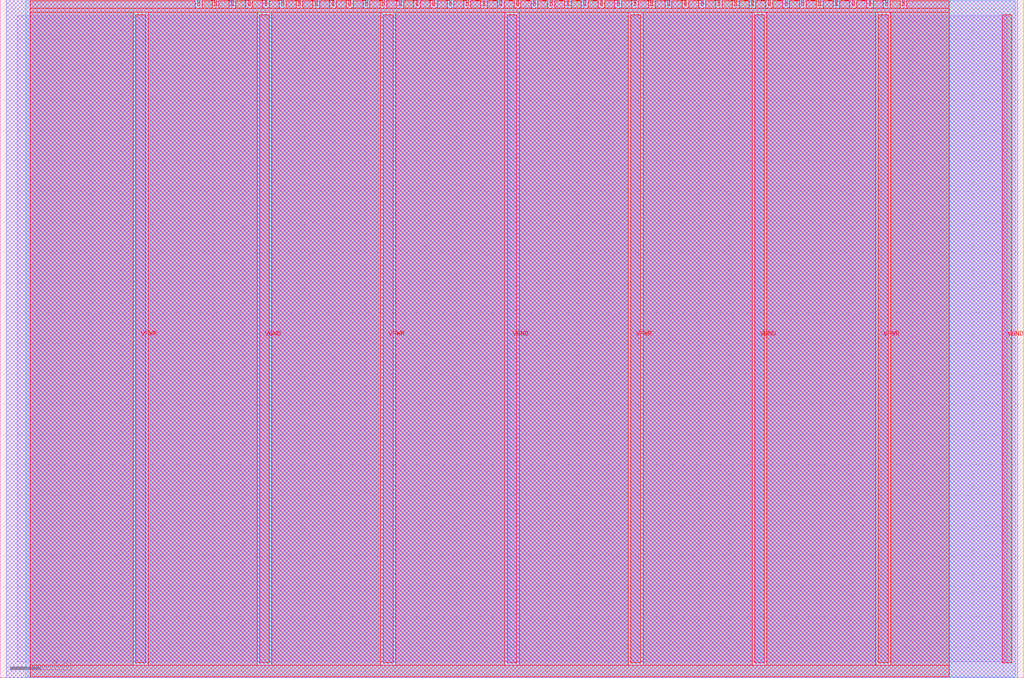
<source format=lef>
VERSION 5.7 ;
  NOWIREEXTENSIONATPIN ON ;
  DIVIDERCHAR "/" ;
  BUSBITCHARS "[]" ;
MACRO tt_um_top_mole99_dup
  CLASS BLOCK ;
  FOREIGN tt_um_top_mole99_dup ;
  ORIGIN 0.000 0.000 ;
  SIZE 168.360 BY 111.520 ;
  PIN VGND
    DIRECTION INOUT ;
    USE GROUND ;
    PORT
      LAYER met4 ;
        RECT 42.670 2.480 44.270 109.040 ;
    END
    PORT
      LAYER met4 ;
        RECT 83.380 2.480 84.980 109.040 ;
    END
    PORT
      LAYER met4 ;
        RECT 124.090 2.480 125.690 109.040 ;
    END
    PORT
      LAYER met4 ;
        RECT 164.800 2.480 166.400 109.040 ;
    END
  END VGND
  PIN VPWR
    DIRECTION INOUT ;
    USE POWER ;
    PORT
      LAYER met4 ;
        RECT 22.315 2.480 23.915 109.040 ;
    END
    PORT
      LAYER met4 ;
        RECT 63.025 2.480 64.625 109.040 ;
    END
    PORT
      LAYER met4 ;
        RECT 103.735 2.480 105.335 109.040 ;
    END
    PORT
      LAYER met4 ;
        RECT 144.445 2.480 146.045 109.040 ;
    END
  END VPWR
  PIN clk
    DIRECTION INPUT ;
    USE SIGNAL ;
    ANTENNAGATEAREA 0.852000 ;
    PORT
      LAYER met4 ;
        RECT 145.670 110.520 145.970 111.520 ;
    END
  END clk
  PIN ena
    DIRECTION INPUT ;
    USE SIGNAL ;
    PORT
      LAYER met4 ;
        RECT 148.430 110.520 148.730 111.520 ;
    END
  END ena
  PIN rst_n
    DIRECTION INPUT ;
    USE SIGNAL ;
    ANTENNAGATEAREA 0.213000 ;
    ANTENNADIFFAREA 0.869400 ;
    PORT
      LAYER met4 ;
        RECT 142.910 110.520 143.210 111.520 ;
    END
  END rst_n
  PIN ui_in[0]
    DIRECTION INPUT ;
    USE SIGNAL ;
    PORT
      LAYER met4 ;
        RECT 140.150 110.520 140.450 111.520 ;
    END
  END ui_in[0]
  PIN ui_in[1]
    DIRECTION INPUT ;
    USE SIGNAL ;
    PORT
      LAYER met4 ;
        RECT 137.390 110.520 137.690 111.520 ;
    END
  END ui_in[1]
  PIN ui_in[2]
    DIRECTION INPUT ;
    USE SIGNAL ;
    PORT
      LAYER met4 ;
        RECT 134.630 110.520 134.930 111.520 ;
    END
  END ui_in[2]
  PIN ui_in[3]
    DIRECTION INPUT ;
    USE SIGNAL ;
    PORT
      LAYER met4 ;
        RECT 131.870 110.520 132.170 111.520 ;
    END
  END ui_in[3]
  PIN ui_in[4]
    DIRECTION INPUT ;
    USE SIGNAL ;
    PORT
      LAYER met4 ;
        RECT 129.110 110.520 129.410 111.520 ;
    END
  END ui_in[4]
  PIN ui_in[5]
    DIRECTION INPUT ;
    USE SIGNAL ;
    PORT
      LAYER met4 ;
        RECT 126.350 110.520 126.650 111.520 ;
    END
  END ui_in[5]
  PIN ui_in[6]
    DIRECTION INPUT ;
    USE SIGNAL ;
    PORT
      LAYER met4 ;
        RECT 123.590 110.520 123.890 111.520 ;
    END
  END ui_in[6]
  PIN ui_in[7]
    DIRECTION INPUT ;
    USE SIGNAL ;
    PORT
      LAYER met4 ;
        RECT 120.830 110.520 121.130 111.520 ;
    END
  END ui_in[7]
  PIN uio_in[0]
    DIRECTION INPUT ;
    USE SIGNAL ;
    ANTENNAGATEAREA 0.126000 ;
    PORT
      LAYER met4 ;
        RECT 118.070 110.520 118.370 111.520 ;
    END
  END uio_in[0]
  PIN uio_in[1]
    DIRECTION INPUT ;
    USE SIGNAL ;
    ANTENNAGATEAREA 0.196500 ;
    PORT
      LAYER met4 ;
        RECT 115.310 110.520 115.610 111.520 ;
    END
  END uio_in[1]
  PIN uio_in[2]
    DIRECTION INPUT ;
    USE SIGNAL ;
    PORT
      LAYER met4 ;
        RECT 112.550 110.520 112.850 111.520 ;
    END
  END uio_in[2]
  PIN uio_in[3]
    DIRECTION INPUT ;
    USE SIGNAL ;
    ANTENNAGATEAREA 0.196500 ;
    PORT
      LAYER met4 ;
        RECT 109.790 110.520 110.090 111.520 ;
    END
  END uio_in[3]
  PIN uio_in[4]
    DIRECTION INPUT ;
    USE SIGNAL ;
    PORT
      LAYER met4 ;
        RECT 107.030 110.520 107.330 111.520 ;
    END
  END uio_in[4]
  PIN uio_in[5]
    DIRECTION INPUT ;
    USE SIGNAL ;
    PORT
      LAYER met4 ;
        RECT 104.270 110.520 104.570 111.520 ;
    END
  END uio_in[5]
  PIN uio_in[6]
    DIRECTION INPUT ;
    USE SIGNAL ;
    PORT
      LAYER met4 ;
        RECT 101.510 110.520 101.810 111.520 ;
    END
  END uio_in[6]
  PIN uio_in[7]
    DIRECTION INPUT ;
    USE SIGNAL ;
    PORT
      LAYER met4 ;
        RECT 98.750 110.520 99.050 111.520 ;
    END
  END uio_in[7]
  PIN uio_oe[0]
    DIRECTION OUTPUT TRISTATE ;
    USE SIGNAL ;
    PORT
      LAYER met4 ;
        RECT 51.830 110.520 52.130 111.520 ;
    END
  END uio_oe[0]
  PIN uio_oe[1]
    DIRECTION OUTPUT TRISTATE ;
    USE SIGNAL ;
    PORT
      LAYER met4 ;
        RECT 49.070 110.520 49.370 111.520 ;
    END
  END uio_oe[1]
  PIN uio_oe[2]
    DIRECTION OUTPUT TRISTATE ;
    USE SIGNAL ;
    PORT
      LAYER met4 ;
        RECT 46.310 110.520 46.610 111.520 ;
    END
  END uio_oe[2]
  PIN uio_oe[3]
    DIRECTION OUTPUT TRISTATE ;
    USE SIGNAL ;
    PORT
      LAYER met4 ;
        RECT 43.550 110.520 43.850 111.520 ;
    END
  END uio_oe[3]
  PIN uio_oe[4]
    DIRECTION OUTPUT TRISTATE ;
    USE SIGNAL ;
    PORT
      LAYER met4 ;
        RECT 40.790 110.520 41.090 111.520 ;
    END
  END uio_oe[4]
  PIN uio_oe[5]
    DIRECTION OUTPUT TRISTATE ;
    USE SIGNAL ;
    PORT
      LAYER met4 ;
        RECT 38.030 110.520 38.330 111.520 ;
    END
  END uio_oe[5]
  PIN uio_oe[6]
    DIRECTION OUTPUT TRISTATE ;
    USE SIGNAL ;
    PORT
      LAYER met4 ;
        RECT 35.270 110.520 35.570 111.520 ;
    END
  END uio_oe[6]
  PIN uio_oe[7]
    DIRECTION OUTPUT TRISTATE ;
    USE SIGNAL ;
    PORT
      LAYER met4 ;
        RECT 32.510 110.520 32.810 111.520 ;
    END
  END uio_oe[7]
  PIN uio_out[0]
    DIRECTION OUTPUT TRISTATE ;
    USE SIGNAL ;
    PORT
      LAYER met4 ;
        RECT 73.910 110.520 74.210 111.520 ;
    END
  END uio_out[0]
  PIN uio_out[1]
    DIRECTION OUTPUT TRISTATE ;
    USE SIGNAL ;
    PORT
      LAYER met4 ;
        RECT 71.150 110.520 71.450 111.520 ;
    END
  END uio_out[1]
  PIN uio_out[2]
    DIRECTION OUTPUT TRISTATE ;
    USE SIGNAL ;
    ANTENNADIFFAREA 1.782000 ;
    PORT
      LAYER met4 ;
        RECT 68.390 110.520 68.690 111.520 ;
    END
  END uio_out[2]
  PIN uio_out[3]
    DIRECTION OUTPUT TRISTATE ;
    USE SIGNAL ;
    PORT
      LAYER met4 ;
        RECT 65.630 110.520 65.930 111.520 ;
    END
  END uio_out[3]
  PIN uio_out[4]
    DIRECTION OUTPUT TRISTATE ;
    USE SIGNAL ;
    ANTENNADIFFAREA 1.336500 ;
    PORT
      LAYER met4 ;
        RECT 62.870 110.520 63.170 111.520 ;
    END
  END uio_out[4]
  PIN uio_out[5]
    DIRECTION OUTPUT TRISTATE ;
    USE SIGNAL ;
    ANTENNADIFFAREA 0.445500 ;
    PORT
      LAYER met4 ;
        RECT 60.110 110.520 60.410 111.520 ;
    END
  END uio_out[5]
  PIN uio_out[6]
    DIRECTION OUTPUT TRISTATE ;
    USE SIGNAL ;
    PORT
      LAYER met4 ;
        RECT 57.350 110.520 57.650 111.520 ;
    END
  END uio_out[6]
  PIN uio_out[7]
    DIRECTION OUTPUT TRISTATE ;
    USE SIGNAL ;
    PORT
      LAYER met4 ;
        RECT 54.590 110.520 54.890 111.520 ;
    END
  END uio_out[7]
  PIN uo_out[0]
    DIRECTION OUTPUT TRISTATE ;
    USE SIGNAL ;
    ANTENNADIFFAREA 0.924000 ;
    PORT
      LAYER met4 ;
        RECT 95.990 110.520 96.290 111.520 ;
    END
  END uo_out[0]
  PIN uo_out[1]
    DIRECTION OUTPUT TRISTATE ;
    USE SIGNAL ;
    ANTENNADIFFAREA 0.924000 ;
    PORT
      LAYER met4 ;
        RECT 93.230 110.520 93.530 111.520 ;
    END
  END uo_out[1]
  PIN uo_out[2]
    DIRECTION OUTPUT TRISTATE ;
    USE SIGNAL ;
    ANTENNADIFFAREA 0.453750 ;
    PORT
      LAYER met4 ;
        RECT 90.470 110.520 90.770 111.520 ;
    END
  END uo_out[2]
  PIN uo_out[3]
    DIRECTION OUTPUT TRISTATE ;
    USE SIGNAL ;
    ANTENNADIFFAREA 1.782000 ;
    PORT
      LAYER met4 ;
        RECT 87.710 110.520 88.010 111.520 ;
    END
  END uo_out[3]
  PIN uo_out[4]
    DIRECTION OUTPUT TRISTATE ;
    USE SIGNAL ;
    ANTENNADIFFAREA 0.924000 ;
    PORT
      LAYER met4 ;
        RECT 84.950 110.520 85.250 111.520 ;
    END
  END uo_out[4]
  PIN uo_out[5]
    DIRECTION OUTPUT TRISTATE ;
    USE SIGNAL ;
    ANTENNADIFFAREA 0.453750 ;
    PORT
      LAYER met4 ;
        RECT 82.190 110.520 82.490 111.520 ;
    END
  END uo_out[5]
  PIN uo_out[6]
    DIRECTION OUTPUT TRISTATE ;
    USE SIGNAL ;
    ANTENNADIFFAREA 1.288000 ;
    PORT
      LAYER met4 ;
        RECT 79.430 110.520 79.730 111.520 ;
    END
  END uo_out[6]
  PIN uo_out[7]
    DIRECTION OUTPUT TRISTATE ;
    USE SIGNAL ;
    ANTENNADIFFAREA 1.782000 ;
    PORT
      LAYER met4 ;
        RECT 76.670 110.520 76.970 111.520 ;
    END
  END uo_out[7]
  OBS
      LAYER li1 ;
        RECT 2.760 2.635 165.600 108.885 ;
      LAYER met1 ;
        RECT 0.990 0.040 167.370 111.480 ;
      LAYER met2 ;
        RECT 1.020 0.010 167.340 111.510 ;
      LAYER met3 ;
        RECT 4.205 0.175 166.915 111.345 ;
      LAYER met4 ;
        RECT 4.895 110.120 32.110 111.345 ;
        RECT 33.210 110.120 34.870 111.345 ;
        RECT 35.970 110.120 37.630 111.345 ;
        RECT 38.730 110.120 40.390 111.345 ;
        RECT 41.490 110.120 43.150 111.345 ;
        RECT 44.250 110.120 45.910 111.345 ;
        RECT 47.010 110.120 48.670 111.345 ;
        RECT 49.770 110.120 51.430 111.345 ;
        RECT 52.530 110.120 54.190 111.345 ;
        RECT 55.290 110.120 56.950 111.345 ;
        RECT 58.050 110.120 59.710 111.345 ;
        RECT 60.810 110.120 62.470 111.345 ;
        RECT 63.570 110.120 65.230 111.345 ;
        RECT 66.330 110.120 67.990 111.345 ;
        RECT 69.090 110.120 70.750 111.345 ;
        RECT 71.850 110.120 73.510 111.345 ;
        RECT 74.610 110.120 76.270 111.345 ;
        RECT 77.370 110.120 79.030 111.345 ;
        RECT 80.130 110.120 81.790 111.345 ;
        RECT 82.890 110.120 84.550 111.345 ;
        RECT 85.650 110.120 87.310 111.345 ;
        RECT 88.410 110.120 90.070 111.345 ;
        RECT 91.170 110.120 92.830 111.345 ;
        RECT 93.930 110.120 95.590 111.345 ;
        RECT 96.690 110.120 98.350 111.345 ;
        RECT 99.450 110.120 101.110 111.345 ;
        RECT 102.210 110.120 103.870 111.345 ;
        RECT 104.970 110.120 106.630 111.345 ;
        RECT 107.730 110.120 109.390 111.345 ;
        RECT 110.490 110.120 112.150 111.345 ;
        RECT 113.250 110.120 114.910 111.345 ;
        RECT 116.010 110.120 117.670 111.345 ;
        RECT 118.770 110.120 120.430 111.345 ;
        RECT 121.530 110.120 123.190 111.345 ;
        RECT 124.290 110.120 125.950 111.345 ;
        RECT 127.050 110.120 128.710 111.345 ;
        RECT 129.810 110.120 131.470 111.345 ;
        RECT 132.570 110.120 134.230 111.345 ;
        RECT 135.330 110.120 136.990 111.345 ;
        RECT 138.090 110.120 139.750 111.345 ;
        RECT 140.850 110.120 142.510 111.345 ;
        RECT 143.610 110.120 145.270 111.345 ;
        RECT 146.370 110.120 148.030 111.345 ;
        RECT 149.130 110.120 156.105 111.345 ;
        RECT 4.895 109.440 156.105 110.120 ;
        RECT 4.895 2.080 21.915 109.440 ;
        RECT 24.315 2.080 42.270 109.440 ;
        RECT 44.670 2.080 62.625 109.440 ;
        RECT 65.025 2.080 82.980 109.440 ;
        RECT 85.380 2.080 103.335 109.440 ;
        RECT 105.735 2.080 123.690 109.440 ;
        RECT 126.090 2.080 144.045 109.440 ;
        RECT 146.445 2.080 156.105 109.440 ;
        RECT 4.895 0.175 156.105 2.080 ;
  END
END tt_um_top_mole99_dup
END LIBRARY


</source>
